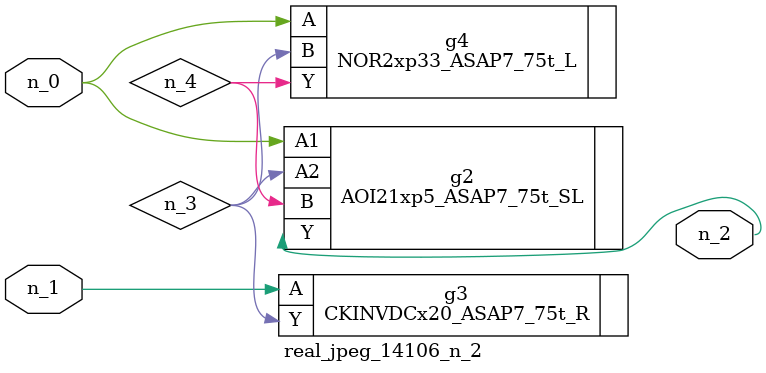
<source format=v>
module real_jpeg_14106_n_2 (n_1, n_0, n_2);

input n_1;
input n_0;

output n_2;

wire n_4;
wire n_3;

AOI21xp5_ASAP7_75t_SL g2 ( 
.A1(n_0),
.A2(n_3),
.B(n_4),
.Y(n_2)
);

NOR2xp33_ASAP7_75t_L g4 ( 
.A(n_0),
.B(n_3),
.Y(n_4)
);

CKINVDCx20_ASAP7_75t_R g3 ( 
.A(n_1),
.Y(n_3)
);


endmodule
</source>
